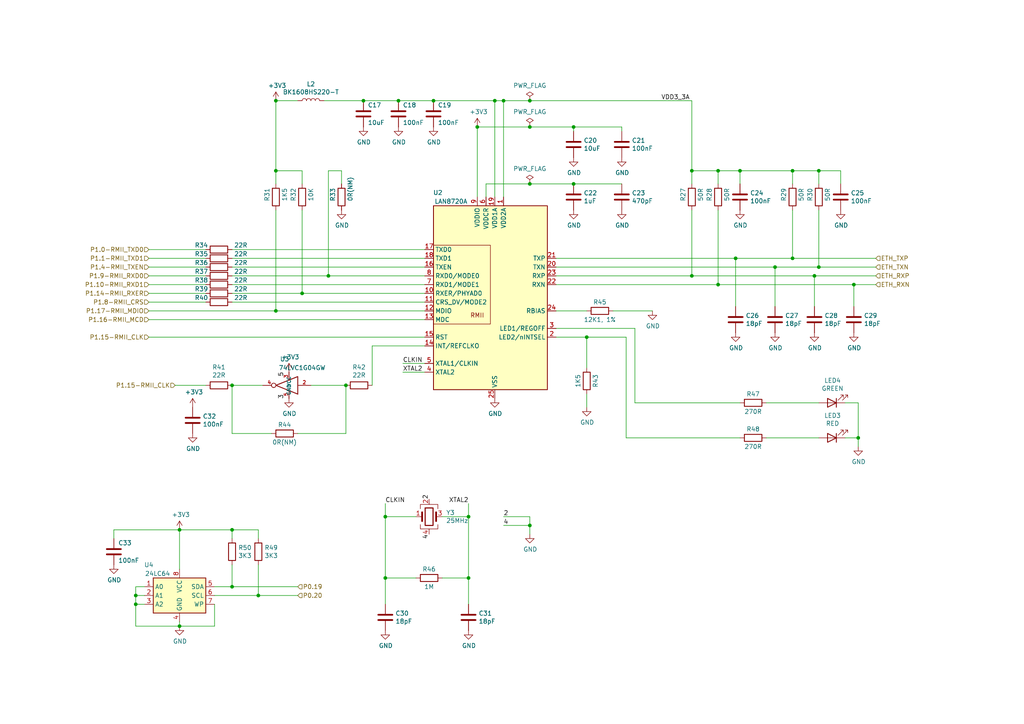
<source format=kicad_sch>
(kicad_sch (version 20230121) (generator eeschema)
  (paper "A4")
  (title_block (title "Módulo Stick LPC1769") (date "2019-10-09") (rev "v1.0") (company "Sistemas de Representacion UTN-FRBA") (comment 1 "DOCENTES: Fernando Aló/Franco Delconte") (comment 2 "CURSO: R1032") (comment 3 "ALUMNO: Jonathan Yujra"))
  (lib_symbols
    (symbol "Device:C" (pin_numbers hide) (pin_names (offset 0.254))
      (property "Reference" "C" (at 0.635 2.54 0))
      (property "Value" "C" (at 0.635 -2.54 0))
      (symbol "C_0_1"
        (polyline (pts (xy -2.032 -0.762) (xy 2.032 -0.762)) (stroke (width 0.508)))
        (polyline (pts (xy -2.032 0.762) (xy 2.032 0.762)) (stroke (width 0.508)))
      )
      (symbol "C_1_1"
        (pin passive line (at 0 3.81 270) (length 2.794) (name "~") (number "1"))
        (pin passive line (at 0 -3.81 90) (length 2.794) (name "~") (number "2"))
      )
    )
    (symbol "Device:Crystal_GND24" (pin_names (offset 1.016) hide)
      (property "Reference" "Y" (at 3.175 5.08 0))
      (property "Value" "Crystal_GND24" (at 3.175 3.175 0))
      (symbol "Crystal_GND24_0_1"
        (rectangle (start -1.143 2.54) (end 1.143 -2.54) (stroke (width 0.3048)))
        (polyline (pts (xy -2.54 0) (xy -2.032 0)))
        (polyline (pts (xy -2.032 -1.27) (xy -2.032 1.27)) (stroke (width 0.508)))
        (polyline (pts (xy 0 -3.81) (xy 0 -3.556)))
        (polyline (pts (xy 0 3.556) (xy 0 3.81)))
        (polyline (pts (xy 2.032 -1.27) (xy 2.032 1.27)) (stroke (width 0.508)))
        (polyline (pts (xy 2.032 0) (xy 2.54 0)))
        (polyline (pts (xy -2.54 -2.286) (xy -2.54 -3.556) (xy 2.54 -3.556) (xy 2.54 -2.286)))
        (polyline (pts (xy -2.54 2.286) (xy -2.54 3.556) (xy 2.54 3.556) (xy 2.54 2.286)))
      )
      (symbol "Crystal_GND24_1_1"
        (pin passive line (at -3.81 0 0) (length 1.27) (name "1") (number "1"))
        (pin passive line (at 0 5.08 270) (length 1.27) (name "2") (number "2"))
        (pin passive line (at 3.81 0 180) (length 1.27) (name "3") (number "3"))
        (pin passive line (at 0 -5.08 90) (length 1.27) (name "4") (number "4"))
      )
    )
    (symbol "Device:L" (pin_numbers hide) (pin_names (offset 1.016) hide)
      (property "Reference" "L" (at -1.27 0 90))
      (property "Value" "L" (at 1.905 0 90))
      (symbol "L_0_1"
        (arc (start 0 -2.54) (mid 0.6323 -1.905) (end 0 -1.27))
        (arc (start 0 -1.27) (mid 0.6323 -0.635) (end 0 0))
        (arc (start 0 0) (mid 0.6323 0.635) (end 0 1.27))
        (arc (start 0 1.27) (mid 0.6323 1.905) (end 0 2.54))
      )
      (symbol "L_1_1"
        (pin passive line (at 0 3.81 270) (length 1.27) (name "1") (number "1"))
        (pin passive line (at 0 -3.81 90) (length 1.27) (name "2") (number "2"))
      )
    )
    (symbol "Device:LED" (pin_numbers hide) (pin_names (offset 1.016) hide)
      (property "Reference" "D" (at 0 2.54 0))
      (property "Value" "LED" (at 0 -2.54 0))
      (symbol "LED_0_1"
        (polyline (pts (xy -1.27 -1.27) (xy -1.27 1.27)) (stroke (width 0.254)))
        (polyline (pts (xy -1.27 0) (xy 1.27 0)))
        (polyline (pts (xy 1.27 -1.27) (xy 1.27 1.27) (xy -1.27 0) (xy 1.27 -1.27)) (stroke (width 0.254)))
        (polyline (pts (xy -3.048 -0.762) (xy -4.572 -2.286) (xy -3.81 -2.286) (xy -4.572 -2.286) (xy -4.572 -1.524)))
        (polyline (pts (xy -1.778 -0.762) (xy -3.302 -2.286) (xy -2.54 -2.286) (xy -3.302 -2.286) (xy -3.302 -1.524)))
      )
      (symbol "LED_1_1"
        (pin passive line (at -3.81 0 0) (length 2.54) (name "K") (number "1"))
        (pin passive line (at 3.81 0 180) (length 2.54) (name "A") (number "2"))
      )
    )
    (symbol "Device:R" (pin_numbers hide) (pin_names (offset 0))
      (property "Reference" "R" (at 2.032 0 90))
      (property "Value" "R" (at 0 0 90))
      (symbol "R_0_1"
        (rectangle (start -1.016 -2.54) (end 1.016 2.54) (stroke (width 0.254)))
      )
      (symbol "R_1_1"
        (pin passive line (at 0 3.81 270) (length 1.27) (name "~") (number "1"))
        (pin passive line (at 0 -3.81 90) (length 1.27) (name "~") (number "2"))
      )
    )
    (symbol "Memory_EEPROM:24LC64"
      (property "Reference" "U" (at -6.35 6.35 0))
      (property "Value" "24LC64" (at 1.27 6.35 0))
      (symbol "24LC64_1_1"
        (rectangle (start -7.62 5.08) (end 7.62 -5.08) (stroke (width 0.254)) (fill (type background)))
        (pin input line (at -10.16 2.54 0) (length 2.54) (name "A0") (number "1"))
        (pin input line (at -10.16 0 0) (length 2.54) (name "A1") (number "2"))
        (pin input line (at -10.16 -2.54 0) (length 2.54) (name "A2") (number "3"))
        (pin power_in line (at 0 -7.62 90) (length 2.54) (name "GND") (number "4"))
        (pin bidirectional line (at 10.16 2.54 180) (length 2.54) (name "SDA") (number "5"))
        (pin input line (at 10.16 0 180) (length 2.54) (name "SCL") (number "6"))
        (pin input line (at 10.16 -2.54 180) (length 2.54) (name "WP") (number "7"))
        (pin power_in line (at 0 7.62 270) (length 2.54) (name "VCC") (number "8"))
      )
    )
    (symbol "Modulo_Stick_LPC1769:74LVC1G04GW" (pin_names (offset 1.016))
      (property "Reference" "U" (at -2.54 3.81 0))
      (property "Value" "74LVC1G04GW" (at -8.89 -5.08 0))
      (symbol "74LVC1G04GW_1_1"
        (polyline (pts (xy -2.54 2.54) (xy -2.54 -2.54) (xy 3.81 0) (xy -2.54 2.54)) (stroke (width 0.254)))
        (pin no_connect line (at -1.27 -3.81 90) (length 0) hide (name "NC") (number "1"))
        (pin input line (at -6.35 0 0) (length 3.81) (name "~") (number "2"))
        (pin power_in line (at 0 -3.81 90) (length 2.3876) (name "GND") (number "3"))
        (pin output inverted (at 7.62 0 180) (length 3.81) (name "~") (number "4"))
        (pin power_in line (at 0 3.81 270) (length 2.3876) (name "VCC") (number "5"))
      )
    )
    (symbol "Módulo Stick LPC1769-rescue:+3.3V-power" (power) (pin_names (offset 0))
      (property "Value" "+3.3V-power" (at 0 3.556 0))
      (symbol "+3.3V-power_0_1"
        (polyline (pts (xy -0.762 1.27) (xy 0 2.54)))
        (polyline (pts (xy 0 0) (xy 0 2.54)))
        (polyline (pts (xy 0 2.54) (xy 0.762 1.27)))
      )
      (symbol "+3.3V-power_1_1"
        (pin power_in line (at 0 0 90) (length 0) hide (name "+3V3") (number "1"))
      )
    )
    (symbol "Módulo Stick LPC1769-rescue:LAN8720A-Interface_Ethernet"
      (property "Reference" "U" (at -13.97 29.21 0))
      (property "Value" "Interface_Ethernet_LAN8720A" (at 15.24 29.21 0))
      (symbol "LAN8720A-Interface_Ethernet_0_0"
        (text "RMII" (at -5.08 -3.81 0) (effects (font (size 1.27 1.27))))
      )
      (symbol "LAN8720A-Interface_Ethernet_0_1"
        (rectangle (start -17.78 27.94) (end 15.24 -25.4) (stroke (width 0.254)) (fill (type background)))
        (polyline (pts (xy -17.78 -6.35) (xy -1.27 -6.35) (xy -1.27 16.51) (xy -17.78 16.51)))
      )
      (symbol "LAN8720A-Interface_Ethernet_1_1"
        (pin power_in line (at 2.54 30.48 270) (length 2.54) (name "VDD2A") (number "1"))
        (pin output line (at -20.32 2.54 0) (length 2.54) (name "RXER/PHYAD0") (number "10"))
        (pin output line (at -20.32 0 0) (length 2.54) (name "CRS_DV/MODE2") (number "11"))
        (pin bidirectional line (at -20.32 -2.54 0) (length 2.54) (name "MDIO") (number "12"))
        (pin input line (at -20.32 -5.08 0) (length 2.54) (name "MDC") (number "13"))
        (pin output line (at -20.32 -12.7 0) (length 2.54) (name "INT/REFCLKO") (number "14"))
        (pin input line (at -20.32 -10.16 0) (length 2.54) (name "RST") (number "15"))
        (pin input line (at -20.32 10.16 0) (length 2.54) (name "TXEN") (number "16"))
        (pin input line (at -20.32 15.24 0) (length 2.54) (name "TXD0") (number "17"))
        (pin input line (at -20.32 12.7 0) (length 2.54) (name "TXD1") (number "18"))
        (pin power_in line (at 0 30.48 270) (length 2.54) (name "VDD1A") (number "19"))
        (pin bidirectional line (at 17.78 -10.16 180) (length 2.54) (name "LED2/nINTSEL") (number "2"))
        (pin output line (at 17.78 10.16 180) (length 2.54) (name "TXN") (number "20"))
        (pin output line (at 17.78 12.7 180) (length 2.54) (name "TXP") (number "21"))
        (pin output line (at 17.78 5.08 180) (length 2.54) (name "RXN") (number "22"))
        (pin output line (at 17.78 7.62 180) (length 2.54) (name "RXP") (number "23"))
        (pin input line (at 17.78 -2.54 180) (length 2.54) (name "RBIAS") (number "24"))
        (pin power_in line (at 0 -27.94 90) (length 2.54) (name "VSS") (number "25"))
        (pin bidirectional line (at 17.78 -7.62 180) (length 2.54) (name "LED1/REGOFF") (number "3"))
        (pin passive line (at -20.32 -20.32 0) (length 2.54) (name "XTAL2") (number "4"))
        (pin passive line (at -20.32 -17.78 0) (length 2.54) (name "XTAL1/CLKIN") (number "5"))
        (pin power_in line (at -2.54 30.48 270) (length 2.54) (name "VDDCR") (number "6"))
        (pin output line (at -20.32 5.08 0) (length 2.54) (name "RXD1/MODE1") (number "7"))
        (pin output line (at -20.32 7.62 0) (length 2.54) (name "RXD0/MODE0") (number "8"))
        (pin power_in line (at -5.08 30.48 270) (length 2.54) (name "VDDIO") (number "9"))
      )
    )
    (symbol "power:GND" (power) (pin_names (offset 0))
      (property "Value" "GND" (at 0 -3.81 0))
      (symbol "GND_0_1"
        (polyline (pts (xy 0 0) (xy 0 -1.27) (xy 1.27 -1.27) (xy 0 -2.54) (xy -1.27 -1.27) (xy 0 -1.27)))
      )
      (symbol "GND_1_1"
        (pin power_in line (at 0 0 270) (length 0) hide (name "GND") (number "1"))
      )
    )
    (symbol "power:PWR_FLAG" (power) (pin_numbers hide) (pin_names (offset 0) hide)
      (property "Value" "PWR_FLAG" (at 0 3.81 0))
      (symbol "PWR_FLAG_0_0"
        (pin power_out line (at 0 0 90) (length 0) (name "pwr") (number "1"))
      )
      (symbol "PWR_FLAG_0_1"
        (polyline (pts (xy 0 0) (xy 0 1.27) (xy -1.016 1.905) (xy 0 2.54) (xy 1.016 1.905) (xy 0 1.27)))
      )
    )
  )
  (junction (at 170.18 97.79))
  (junction (at 105.41 29.21))
  (junction (at 39.37 172.72))
  (junction (at 236.22 80.01))
  (junction (at 237.49 77.47))
  (junction (at 208.28 49.53))
  (junction (at 80.01 49.53))
  (junction (at 87.63 85.09))
  (junction (at 166.37 53.34))
  (junction (at 213.36 74.93))
  (junction (at 224.79 77.47))
  (junction (at 200.66 80.01))
  (junction (at 67.31 153.67))
  (junction (at 153.67 152.4))
  (junction (at 52.07 181.61))
  (junction (at 200.66 49.53))
  (junction (at 125.73 29.21))
  (junction (at 52.07 153.67))
  (junction (at 153.67 53.34))
  (junction (at 229.87 74.93))
  (junction (at 100.33 111.76))
  (junction (at 39.37 175.26))
  (junction (at 208.28 82.55))
  (junction (at 153.67 29.21))
  (junction (at 95.25 80.01))
  (junction (at 248.92 127))
  (junction (at 135.89 149.86))
  (junction (at 80.01 29.21))
  (junction (at 74.93 172.72))
  (junction (at 214.63 49.53))
  (junction (at 153.67 36.83))
  (junction (at 111.76 167.64))
  (junction (at 111.76 149.86))
  (junction (at 138.43 36.83))
  (junction (at 135.89 167.64))
  (junction (at 143.51 29.21))
  (junction (at 67.31 111.76))
  (junction (at 247.65 82.55))
  (junction (at 146.05 29.21))
  (junction (at 67.31 170.18))
  (junction (at 115.57 29.21))
  (junction (at 229.87 49.53))
  (junction (at 237.49 49.53))
  (junction (at 166.37 36.83))
  (junction (at 80.01 90.17))
  (wire (pts (xy 170.18 90.17) (xy 161.29 90.17)))
  (wire (pts (xy 80.01 60.96) (xy 80.01 90.17)))
  (wire (pts (xy 161.29 95.25) (xy 184.15 95.25)))
  (wire (pts (xy 161.29 97.79) (xy 170.18 97.79)))
  (wire (pts (xy 120.65 167.64) (xy 111.76 167.64)))
  (wire (pts (xy 213.36 88.9) (xy 213.36 74.93)))
  (wire (pts (xy 43.18 87.63) (xy 59.69 87.63)))
  (wire (pts (xy 74.93 153.67) (xy 74.93 156.21)))
  (wire (pts (xy 146.05 57.15) (xy 146.05 29.21)))
  (wire (pts (xy 67.31 153.67) (xy 74.93 153.67)))
  (wire (pts (xy 146.05 149.86) (xy 153.67 149.86)))
  (wire (pts (xy 76.2 111.76) (xy 67.31 111.76)))
  (wire (pts (xy 245.11 116.84) (xy 248.92 116.84)))
  (wire (pts (xy 248.92 127) (xy 245.11 127)))
  (wire (pts (xy 237.49 49.53) (xy 243.84 49.53)))
  (wire (pts (xy 181.61 127) (xy 214.63 127)))
  (wire (pts (xy 170.18 97.79) (xy 170.18 106.68)))
  (wire (pts (xy 74.93 172.72) (xy 74.93 163.83)))
  (wire (pts (xy 236.22 80.01) (xy 254 80.01)))
  (wire (pts (xy 39.37 175.26) (xy 39.37 181.61)))
  (wire (pts (xy 43.18 74.93) (xy 59.69 74.93)))
  (wire (pts (xy 52.07 165.1) (xy 52.07 153.67)))
  (wire (pts (xy 120.65 149.86) (xy 111.76 149.86)))
  (wire (pts (xy 166.37 53.34) (xy 153.67 53.34)))
  (wire (pts (xy 140.97 53.34) (xy 140.97 57.15)))
  (wire (pts (xy 80.01 53.34) (xy 80.01 49.53)))
  (wire (pts (xy 41.91 170.18) (xy 39.37 170.18)))
  (wire (pts (xy 67.31 170.18) (xy 86.36 170.18)))
  (wire (pts (xy 123.19 100.33) (xy 107.95 100.33)))
  (wire (pts (xy 100.33 111.76) (xy 90.17 111.76)))
  (wire (pts (xy 123.19 87.63) (xy 67.31 87.63)))
  (wire (pts (xy 123.19 72.39) (xy 67.31 72.39)))
  (wire (pts (xy 43.18 80.01) (xy 59.69 80.01)))
  (wire (pts (xy 166.37 38.1) (xy 166.37 36.83)))
  (wire (pts (xy 200.66 53.34) (xy 200.66 49.53)))
  (wire (pts (xy 213.36 74.93) (xy 229.87 74.93)))
  (wire (pts (xy 222.25 116.84) (xy 237.49 116.84)))
  (wire (pts (xy 43.18 72.39) (xy 59.69 72.39)))
  (wire (pts (xy 229.87 74.93) (xy 254 74.93)))
  (wire (pts (xy 93.98 29.21) (xy 105.41 29.21)))
  (wire (pts (xy 181.61 97.79) (xy 181.61 127)))
  (wire (pts (xy 95.25 49.53) (xy 95.25 80.01)))
  (wire (pts (xy 170.18 114.3) (xy 170.18 118.11)))
  (wire (pts (xy 236.22 80.01) (xy 236.22 88.9)))
  (wire (pts (xy 229.87 49.53) (xy 229.87 53.34)))
  (wire (pts (xy 208.28 49.53) (xy 214.63 49.53)))
  (wire (pts (xy 135.89 149.86) (xy 135.89 146.05)))
  (wire (pts (xy 180.34 36.83) (xy 180.34 38.1)))
  (wire (pts (xy 74.93 172.72) (xy 86.36 172.72)))
  (wire (pts (xy 67.31 125.73) (xy 67.31 111.76)))
  (wire (pts (xy 128.27 149.86) (xy 135.89 149.86)))
  (wire (pts (xy 80.01 29.21) (xy 86.36 29.21)))
  (wire (pts (xy 111.76 149.86) (xy 111.76 167.64)))
  (wire (pts (xy 39.37 181.61) (xy 52.07 181.61)))
  (wire (pts (xy 153.67 149.86) (xy 153.67 152.4)))
  (wire (pts (xy 100.33 125.73) (xy 86.36 125.73)))
  (wire (pts (xy 62.23 181.61) (xy 52.07 181.61)))
  (wire (pts (xy 200.66 80.01) (xy 236.22 80.01)))
  (wire (pts (xy 115.57 29.21) (xy 125.73 29.21)))
  (wire (pts (xy 229.87 74.93) (xy 229.87 60.96)))
  (wire (pts (xy 62.23 172.72) (xy 74.93 172.72)))
  (wire (pts (xy 43.18 82.55) (xy 59.69 82.55)))
  (wire (pts (xy 208.28 60.96) (xy 208.28 82.55)))
  (wire (pts (xy 208.28 82.55) (xy 161.29 82.55)))
  (wire (pts (xy 200.66 80.01) (xy 200.66 60.96)))
  (wire (pts (xy 123.19 105.41) (xy 116.84 105.41)))
  (wire (pts (xy 146.05 152.4) (xy 153.67 152.4)))
  (wire (pts (xy 43.18 90.17) (xy 80.01 90.17)))
  (wire (pts (xy 39.37 172.72) (xy 41.91 172.72)))
  (wire (pts (xy 128.27 167.64) (xy 135.89 167.64)))
  (wire (pts (xy 87.63 49.53) (xy 80.01 49.53)))
  (wire (pts (xy 189.23 90.17) (xy 177.8 90.17)))
  (wire (pts (xy 95.25 49.53) (xy 99.06 49.53)))
  (wire (pts (xy 111.76 149.86) (xy 111.76 146.05)))
  (wire (pts (xy 78.74 125.73) (xy 67.31 125.73)))
  (wire (pts (xy 237.49 49.53) (xy 237.49 53.34)))
  (wire (pts (xy 87.63 53.34) (xy 87.63 49.53)))
  (wire (pts (xy 62.23 170.18) (xy 67.31 170.18)))
  (wire (pts (xy 208.28 82.55) (xy 247.65 82.55)))
  (wire (pts (xy 87.63 85.09) (xy 123.19 85.09)))
  (wire (pts (xy 52.07 181.61) (xy 52.07 180.34)))
  (wire (pts (xy 153.67 29.21) (xy 200.66 29.21)))
  (wire (pts (xy 95.25 80.01) (xy 67.31 80.01)))
  (wire (pts (xy 166.37 36.83) (xy 180.34 36.83)))
  (wire (pts (xy 222.25 127) (xy 237.49 127)))
  (wire (pts (xy 153.67 36.83) (xy 166.37 36.83)))
  (wire (pts (xy 184.15 95.25) (xy 184.15 116.84)))
  (wire (pts (xy 161.29 74.93) (xy 213.36 74.93)))
  (wire (pts (xy 43.18 77.47) (xy 59.69 77.47)))
  (wire (pts (xy 170.18 97.79) (xy 181.61 97.79)))
  (wire (pts (xy 248.92 116.84) (xy 248.92 127)))
  (wire (pts (xy 138.43 36.83) (xy 138.43 57.15)))
  (wire (pts (xy 43.18 97.79) (xy 123.19 97.79)))
  (wire (pts (xy 125.73 29.21) (xy 143.51 29.21)))
  (wire (pts (xy 105.41 29.21) (xy 115.57 29.21)))
  (wire (pts (xy 143.51 57.15) (xy 143.51 29.21)))
  (wire (pts (xy 208.28 49.53) (xy 208.28 53.34)))
  (wire (pts (xy 99.06 49.53) (xy 99.06 53.34)))
  (wire (pts (xy 67.31 170.18) (xy 67.31 163.83)))
  (wire (pts (xy 143.51 29.21) (xy 146.05 29.21)))
  (wire (pts (xy 138.43 36.83) (xy 153.67 36.83)))
  (wire (pts (xy 67.31 156.21) (xy 67.31 153.67)))
  (wire (pts (xy 59.69 111.76) (xy 50.8 111.76)))
  (wire (pts (xy 33.02 153.67) (xy 52.07 153.67)))
  (wire (pts (xy 52.07 153.67) (xy 67.31 153.67)))
  (wire (pts (xy 39.37 170.18) (xy 39.37 172.72)))
  (wire (pts (xy 80.01 90.17) (xy 123.19 90.17)))
  (wire (pts (xy 80.01 29.21) (xy 80.01 49.53)))
  (wire (pts (xy 214.63 49.53) (xy 214.63 53.34)))
  (wire (pts (xy 247.65 82.55) (xy 254 82.55)))
  (wire (pts (xy 146.05 29.21) (xy 153.67 29.21)))
  (wire (pts (xy 123.19 92.71) (xy 43.18 92.71)))
  (wire (pts (xy 200.66 49.53) (xy 200.66 29.21)))
  (wire (pts (xy 135.89 167.64) (xy 135.89 175.26)))
  (wire (pts (xy 166.37 53.34) (xy 180.34 53.34)))
  (wire (pts (xy 153.67 53.34) (xy 140.97 53.34)))
  (wire (pts (xy 247.65 82.55) (xy 247.65 88.9)))
  (wire (pts (xy 87.63 85.09) (xy 67.31 85.09)))
  (wire (pts (xy 67.31 82.55) (xy 123.19 82.55)))
  (wire (pts (xy 135.89 149.86) (xy 135.89 167.64)))
  (wire (pts (xy 123.19 74.93) (xy 67.31 74.93)))
  (wire (pts (xy 62.23 175.26) (xy 62.23 181.61)))
  (wire (pts (xy 237.49 77.47) (xy 254 77.47)))
  (wire (pts (xy 116.84 107.95) (xy 123.19 107.95)))
  (wire (pts (xy 243.84 49.53) (xy 243.84 53.34)))
  (wire (pts (xy 237.49 77.47) (xy 224.79 77.47)))
  (wire (pts (xy 111.76 167.64) (xy 111.76 175.26)))
  (wire (pts (xy 248.92 127) (xy 248.92 129.54)))
  (wire (pts (xy 95.25 80.01) (xy 123.19 80.01)))
  (wire (pts (xy 224.79 77.47) (xy 161.29 77.47)))
  (wire (pts (xy 214.63 49.53) (xy 229.87 49.53)))
  (wire (pts (xy 33.02 153.67) (xy 33.02 156.21)))
  (wire (pts (xy 100.33 111.76) (xy 100.33 125.73)))
  (wire (pts (xy 87.63 60.96) (xy 87.63 85.09)))
  (wire (pts (xy 200.66 49.53) (xy 208.28 49.53)))
  (wire (pts (xy 43.18 85.09) (xy 59.69 85.09)))
  (wire (pts (xy 39.37 175.26) (xy 41.91 175.26)))
  (wire (pts (xy 107.95 100.33) (xy 107.95 111.76)))
  (wire (pts (xy 224.79 77.47) (xy 224.79 88.9)))
  (wire (pts (xy 39.37 172.72) (xy 39.37 175.26)))
  (wire (pts (xy 237.49 60.96) (xy 237.49 77.47)))
  (wire (pts (xy 184.15 116.84) (xy 214.63 116.84)))
  (wire (pts (xy 229.87 49.53) (xy 237.49 49.53)))
  (wire (pts (xy 161.29 80.01) (xy 200.66 80.01)))
  (wire (pts (xy 153.67 152.4) (xy 153.67 154.94)))
  (wire (pts (xy 123.19 77.47) (xy 67.31 77.47)))
  (label "4" (at 124.46 154.94 270))
  (label "2" (at 124.46 144.78 90))
  (label "VDD3_3A" (at 191.77 29.21 0))
  (label "2" (at 146.05 149.86 0))
  (label "4" (at 146.05 152.4 0))
  (label "XTAL2" (at 135.89 146.05 180))
  (label "XTAL2" (at 116.84 107.95 0))
  (label "CLKIN" (at 116.84 105.41 0))
  (label "5" (at 82.55 109.22 90))
  (label "CLKIN" (at 111.76 146.05 0))
  (label "3" (at 82.55 114.3 270))
  (hierarchical_label "P1.15-RMII_CLK" (shape input) (at 50.8 111.76 180))
  (hierarchical_label "ETH_RXP" (shape input) (at 254 80.01 0))
  (hierarchical_label "P1.17-RMII_MDIO" (shape input) (at 43.18 90.17 180))
  (hierarchical_label "P1.0-RMII_TXD0" (shape input) (at 43.18 72.39 180))
  (hierarchical_label "P0.19" (shape input) (at 86.36 170.18 0))
  (hierarchical_label "ETH_RXN" (shape input) (at 254 82.55 0))
  (hierarchical_label "P1.1-RMII_TXD1" (shape input) (at 43.18 74.93 180))
  (hierarchical_label "P1.16-RMII_MCD" (shape input) (at 43.18 92.71 180))
  (hierarchical_label "P1.8-RMII_CRS" (shape input) (at 43.18 87.63 180))
  (hierarchical_label "ETH_TXN" (shape input) (at 254 77.47 0))
  (hierarchical_label "P1.15-RMII_CLK" (shape input) (at 43.18 97.79 180))
  (hierarchical_label "P1.14-RMII_RXER" (shape input) (at 43.18 85.09 180))
  (hierarchical_label "P1.10-RMII_RXD1" (shape input) (at 43.18 82.55 180))
  (hierarchical_label "ETH_TXP" (shape input) (at 254 74.93 0))
  (hierarchical_label "P0.20" (shape input) (at 86.36 172.72 0))
  (hierarchical_label "P1.4-RMII_TXEN" (shape input) (at 43.18 77.47 180))
  (hierarchical_label "P1.9-RMII_RXD0" (shape input) (at 43.18 80.01 180))
  (symbol (lib_id "Device:R") (at 200.66 57.15 0) (unit 1)
    (property "Reference" "R27" (at 198.12 58.42 90) (effects (justify left)))
    (property "Value" "50R" (at 203.2 58.42 90) (effects (justify left)))
    (property "Footprint" "Módulo Stick LPC1769:R_0603" (effects hide))
    (property "Datasheet" "http://www.vishay.com/docs/20035/dcrcwe3.pdf" (effects hide))
    (property "Digi-Key P/N" "541-3318-1-ND" (effects hide))
    (property "Manufacturer" "Vishay Dale" (effects hide))
    (property "Manufacturer P/N" "CRCW060350R0FKEA" (effects hide))
  )
  (symbol (lib_id "Device:R") (at 208.28 57.15 0) (unit 1)
    (property "Reference" "R28" (at 205.74 58.42 90) (effects (justify left)))
    (property "Value" "50R" (at 210.82 58.42 90) (effects (justify left)))
    (property "Footprint" "Módulo Stick LPC1769:R_0603" (effects hide))
    (property "Datasheet" "http://www.vishay.com/docs/20035/dcrcwe3.pdf" (effects hide))
    (property "Digi-Key P/N" "541-3318-1-ND" (effects hide))
    (property "Manufacturer" "Vishay Dale" (effects hide))
    (property "Manufacturer P/N" "CRCW060350R0FKEA" (effects hide))
  )
  (symbol (lib_id "Device:C") (at 214.63 57.15 0) (unit 1)
    (property "Reference" "C24" (at 217.551 55.9816 0) (effects (justify left)))
    (property "Value" "100nF" (at 217.551 58.293 0) (effects (justify left)))
    (property "Footprint" "Módulo Stick LPC1769:C_0603" (effects hide))
    (property "Datasheet" "https://api.kemet.com/component-edge/download/datasheet/C0603C104Z3VACTU.pdf" (effects hide))
    (property "Digi-Key P/N" "399-1100-1-ND" (effects hide))
    (property "Manufacturer" "KEMET" (effects hide))
    (property "Manufacturer P/N" "C0603C104Z3VACTU" (effects hide))
  )
  (symbol (lib_id "Device:R") (at 229.87 57.15 0) (unit 1)
    (property "Reference" "R29" (at 227.33 58.42 90) (effects (justify left)))
    (property "Value" "50R" (at 232.41 58.42 90) (effects (justify left)))
    (property "Footprint" "Módulo Stick LPC1769:R_0603" (effects hide))
    (property "Datasheet" "http://www.vishay.com/docs/20035/dcrcwe3.pdf" (effects hide))
    (property "Digi-Key P/N" "541-3318-1-ND" (effects hide))
    (property "Manufacturer" "Vishay Dale" (effects hide))
    (property "Manufacturer P/N" "CRCW060350R0FKEA" (effects hide))
  )
  (symbol (lib_id "Device:R") (at 237.49 57.15 0) (unit 1)
    (property "Reference" "R30" (at 234.95 58.42 90) (effects (justify left)))
    (property "Value" "50R" (at 240.03 58.42 90) (effects (justify left)))
    (property "Footprint" "Módulo Stick LPC1769:R_0603" (effects hide))
    (property "Datasheet" "http://www.vishay.com/docs/20035/dcrcwe3.pdf" (effects hide))
    (property "Digi-Key P/N" "541-3318-1-ND" (effects hide))
    (property "Manufacturer" "Vishay Dale" (effects hide))
    (property "Manufacturer P/N" "CRCW060350R0FKEA" (effects hide))
  )
  (symbol (lib_id "Device:C") (at 243.84 57.15 0) (unit 1)
    (property "Reference" "C25" (at 246.761 55.9816 0) (effects (justify left)))
    (property "Value" "100nF" (at 246.761 58.293 0) (effects (justify left)))
    (property "Footprint" "Módulo Stick LPC1769:C_0603" (effects hide))
    (property "Datasheet" "https://api.kemet.com/component-edge/download/datasheet/C0603C104Z3VACTU.pdf" (effects hide))
    (property "Digi-Key P/N" "399-1100-1-ND" (effects hide))
    (property "Manufacturer" "KEMET" (effects hide))
    (property "Manufacturer P/N" "C0603C104Z3VACTU" (effects hide))
  )
  (symbol (lib_id "power:GND") (at 214.63 60.96 0) (unit 1)
    (property "Reference" "#PWR0158" (effects hide))
    (property "Value" "GND" (at 214.757 65.3542 0))
  )
  (symbol (lib_id "power:GND") (at 243.84 60.96 0) (unit 1)
    (property "Reference" "#PWR0159" (effects hide))
    (property "Value" "GND" (at 243.967 65.3542 0))
  )
  (symbol (lib_id "Device:C") (at 213.36 92.71 0) (unit 1)
    (property "Reference" "C26" (at 216.281 91.5416 0) (effects (justify left)))
    (property "Value" "18pF" (at 216.281 93.853 0) (effects (justify left)))
    (property "Footprint" "Módulo Stick LPC1769:C_0603" (effects hide))
    (property "Datasheet" "https://api.kemet.com/component-edge/download/datasheet/C0603C180J5GACTU.pdf" (effects hide))
    (property "Digi-Key P/N" "399-1052-1-ND" (effects hide))
    (property "Manufacturer" "KEMET" (effects hide))
    (property "Manufacturer P/N" "C0603C180J5GACTU" (effects hide))
  )
  (symbol (lib_id "Device:C") (at 224.79 92.71 0) (unit 1)
    (property "Reference" "C27" (at 227.711 91.5416 0) (effects (justify left)))
    (property "Value" "18pF" (at 227.711 93.853 0) (effects (justify left)))
    (property "Footprint" "Módulo Stick LPC1769:C_0603" (effects hide))
    (property "Datasheet" "https://api.kemet.com/component-edge/download/datasheet/C0603C180J5GACTU.pdf" (effects hide))
    (property "Digi-Key P/N" "399-1052-1-ND" (effects hide))
    (property "Manufacturer" "KEMET" (effects hide))
    (property "Manufacturer P/N" "C0603C180J5GACTU" (effects hide))
  )
  (symbol (lib_id "Device:C") (at 236.22 92.71 0) (unit 1)
    (property "Reference" "C28" (at 239.141 91.5416 0) (effects (justify left)))
    (property "Value" "18pF" (at 239.141 93.853 0) (effects (justify left)))
    (property "Footprint" "Módulo Stick LPC1769:C_0603" (effects hide))
    (property "Datasheet" "https://api.kemet.com/component-edge/download/datasheet/C0603C180J5GACTU.pdf" (effects hide))
    (property "Digi-Key P/N" "399-1052-1-ND" (effects hide))
    (property "Manufacturer" "KEMET" (effects hide))
    (property "Manufacturer P/N" "C0603C180J5GACTU" (effects hide))
  )
  (symbol (lib_id "Device:C") (at 247.65 92.71 0) (unit 1)
    (property "Reference" "C29" (at 250.571 91.5416 0) (effects (justify left)))
    (property "Value" "18pF" (at 250.571 93.853 0) (effects (justify left)))
    (property "Footprint" "Módulo Stick LPC1769:C_0603" (effects hide))
    (property "Datasheet" "https://api.kemet.com/component-edge/download/datasheet/C0603C180J5GACTU.pdf" (effects hide))
    (property "Digi-Key P/N" "399-1052-1-ND" (effects hide))
    (property "Manufacturer" "KEMET" (effects hide))
    (property "Manufacturer P/N" "C0603C180J5GACTU" (effects hide))
  )
  (symbol (lib_id "power:GND") (at 213.36 96.52 0) (unit 1)
    (property "Reference" "#PWR0160" (effects hide))
    (property "Value" "GND" (at 213.487 100.9142 0))
  )
  (symbol (lib_id "power:GND") (at 224.79 96.52 0) (unit 1)
    (property "Reference" "#PWR0161" (effects hide))
    (property "Value" "GND" (at 224.917 100.9142 0))
  )
  (symbol (lib_id "power:GND") (at 236.22 96.52 0) (unit 1)
    (property "Reference" "#PWR0162" (effects hide))
    (property "Value" "GND" (at 236.347 100.9142 0))
  )
  (symbol (lib_id "power:GND") (at 247.65 96.52 0) (unit 1)
    (property "Reference" "#PWR0163" (effects hide))
    (property "Value" "GND" (at 247.777 100.9142 0))
  )
  (symbol (lib_id "Device:R") (at 82.55 125.73 270) (unit 1)
    (property "Reference" "R44" (at 82.55 123.19 90))
    (property "Value" "0R(NM)" (at 82.55 128.27 90))
    (property "Footprint" "Módulo Stick LPC1769:R_0603" (effects hide))
    (property "Digi-Key P/N" "-" (effects hide))
    (property "Manufacturer" "-" (effects hide))
    (property "Manufacturer P/N" "-" (effects hide))
  )
  (symbol (lib_id "Device:R") (at 63.5 111.76 270) (unit 1)
    (property "Reference" "R41" (at 63.5 106.5022 90))
    (property "Value" "22R" (at 63.5 108.8136 90))
    (property "Footprint" "Módulo Stick LPC1769:R_0603" (effects hide))
    (property "Datasheet" "http://www.yageo.com/documents/recent/PYu-RC_Group_51_RoHS_L_10.pdf" (effects hide))
    (property "Digi-Key P/N" "311-22GRCT-ND" (effects hide))
    (property "Manufacturer" "Yageo" (effects hide))
    (property "Manufacturer P/N" "RC0603JR-0722RL" (effects hide))
  )
  (symbol (lib_id "Device:R") (at 104.14 111.76 270) (unit 1)
    (property "Reference" "R42" (at 104.14 106.5022 90))
    (property "Value" "22R" (at 104.14 108.8136 90))
    (property "Footprint" "Módulo Stick LPC1769:R_0603" (effects hide))
    (property "Datasheet" "http://www.yageo.com/documents/recent/PYu-RC_Group_51_RoHS_L_10.pdf" (effects hide))
    (property "Digi-Key P/N" "311-22GRCT-ND" (effects hide))
    (property "Manufacturer" "Yageo" (effects hide))
    (property "Manufacturer P/N" "RC0603JR-0722RL" (effects hide))
  )
  (symbol (lib_id "Device:C") (at 111.76 179.07 0) (unit 1)
    (property "Reference" "C30" (at 114.681 177.9016 0) (effects (justify left)))
    (property "Value" "18pF" (at 114.681 180.213 0) (effects (justify left)))
    (property "Footprint" "Módulo Stick LPC1769:C_0603" (effects hide))
    (property "Datasheet" "https://api.kemet.com/component-edge/download/datasheet/C0603C180J5GACTU.pdf" (effects hide))
    (property "Digi-Key P/N" "399-1052-1-ND" (effects hide))
    (property "Manufacturer" "KEMET" (effects hide))
    (property "Manufacturer P/N" "C0603C180J5GACTU" (effects hide))
  )
  (symbol (lib_id "Device:C") (at 135.89 179.07 0) (unit 1)
    (property "Reference" "C31" (at 138.811 177.9016 0) (effects (justify left)))
    (property "Value" "18pF" (at 138.811 180.213 0) (effects (justify left)))
    (property "Footprint" "Módulo Stick LPC1769:C_0603" (effects hide))
    (property "Datasheet" "https://api.kemet.com/component-edge/download/datasheet/C0603C180J5GACTU.pdf" (effects hide))
    (property "Digi-Key P/N" "399-1052-1-ND" (effects hide))
    (property "Manufacturer" "KEMET" (effects hide))
    (property "Manufacturer P/N" "C0603C180J5GACTU" (effects hide))
  )
  (symbol (lib_id "Device:R") (at 124.46 167.64 270) (unit 1)
    (property "Reference" "R46" (at 124.46 165.1 90))
    (property "Value" "1M" (at 124.46 170.18 90))
    (property "Footprint" "Módulo Stick LPC1769:R_0603" (effects hide))
    (property "Datasheet" "http://www.yageo.com/documents/recent/PYu-RC_Group_51_RoHS_L_10.pdf" (effects hide))
    (property "Digi-Key P/N" "311-1.0MGRCT-ND" (effects hide))
    (property "Manufacturer" "Yageo" (effects hide))
    (property "Manufacturer P/N" "RC0603JR-071ML" (effects hide))
  )
  (symbol (lib_id "Device:R") (at 173.99 90.17 270) (unit 1)
    (property "Reference" "R45" (at 173.99 87.63 90))
    (property "Value" "12K1, 1%" (at 173.99 92.71 90))
    (property "Footprint" "Módulo Stick LPC1769:R_0603" (effects hide))
    (property "Datasheet" "http://www.yageo.com/documents/recent/PYu-RC_Group_51_RoHS_L_10.pdf" (effects hide))
    (property "Digi-Key P/N" "311-12.1KHRCT-ND" (effects hide))
    (property "Manufacturer" "Yageo" (effects hide))
    (property "Manufacturer P/N" "RC0603FR-0712K1L" (effects hide))
  )
  (symbol (lib_id "power:GND") (at 111.76 182.88 0) (unit 1)
    (property "Reference" "#PWR0164" (effects hide))
    (property "Value" "GND" (at 111.887 187.2742 0))
  )
  (symbol (lib_id "power:GND") (at 135.89 182.88 0) (unit 1)
    (property "Reference" "#PWR0165" (effects hide))
    (property "Value" "GND" (at 136.017 187.2742 0))
  )
  (symbol (lib_id "power:GND") (at 189.23 90.17 0) (unit 1)
    (property "Reference" "#PWR0166" (effects hide))
    (property "Value" "GND" (at 189.357 94.5642 0))
  )
  (symbol (lib_id "power:GND") (at 143.51 115.57 0) (unit 1)
    (property "Reference" "#PWR0167" (effects hide))
    (property "Value" "GND" (at 143.637 119.9642 0))
  )
  (symbol (lib_id "Device:R") (at 218.44 116.84 270) (unit 1)
    (property "Reference" "R47" (at 218.44 114.3 90))
    (property "Value" "270R" (at 218.44 119.38 90))
    (property "Footprint" "Módulo Stick LPC1769:R_0603" (effects hide))
    (property "Datasheet" "http://www.yageo.com/documents/recent/PYu-RC_Group_51_RoHS_L_10.pdf" (effects hide))
    (property "Digi-Key P/N" "311-270GRCT-ND" (effects hide))
    (property "Manufacturer" "Yageo" (effects hide))
    (property "Manufacturer P/N" "RC0603JR-07270RL" (effects hide))
  )
  (symbol (lib_id "Device:LED") (at 241.3 116.84 180) (unit 1)
    (property "Reference" "LED4" (at 241.4778 110.363 0))
    (property "Value" "GREEN" (at 241.4778 112.6744 0))
    (property "Footprint" "LEDs:LED_0603" (effects hide))
    (property "Datasheet" "https://www.we-online.de/web/en/index.php/download/media/07_electronic_components/download_center_1/application_notes_berichte/ano002_leds___the_future_of_horticultural_lighting/ANO002b_EN_LEDs_The_Future_of_Horticultural_Lighting.pdf" (effects hide))
    (property "Digi-Key P/N" "732-12017-1-ND" (effects hide))
    (property "Manufacturer" "Würth Elektronik" (effects hide))
    (property "Manufacturer P/N" "150060VS55040" (effects hide))
  )
  (symbol (lib_id "Device:LED") (at 241.3 127 180) (unit 1)
    (property "Reference" "LED3" (at 241.4778 120.523 0))
    (property "Value" "RED" (at 241.4778 122.8344 0))
    (property "Footprint" "LEDs:LED_0603" (effects hide))
    (property "Datasheet" "https://www.we-online.de/web/en/index.php/download/media/07_electronic_components/download_center_1/application_notes_berichte/ano002_leds___the_future_of_horticultural_lighting/ANO002b_EN_LEDs_The_Future_of_Horticultural_Lighting.pdf" (effects hide))
    (property "Digi-Key P/N" "732-12015-1-ND" (effects hide))
    (property "Manufacturer" "Würth Elektronik" (effects hide))
    (property "Manufacturer P/N" "150060RS55040" (effects hide))
  )
  (symbol (lib_id "Device:R") (at 218.44 127 270) (unit 1)
    (property "Reference" "R48" (at 218.44 124.46 90))
    (property "Value" "270R" (at 218.44 129.54 90))
    (property "Footprint" "Módulo Stick LPC1769:R_0603" (effects hide))
    (property "Datasheet" "http://www.yageo.com/documents/recent/PYu-RC_Group_51_RoHS_L_10.pdf" (effects hide))
    (property "Digi-Key P/N" "311-270GRCT-ND" (effects hide))
    (property "Manufacturer" "Yageo" (effects hide))
    (property "Manufacturer P/N" "RC0603JR-07270RL" (effects hide))
  )
  (symbol (lib_id "Modulo_Stick_LPC1769:74LVC1G04GW") (at 83.82 111.76 180) (unit 1)
    (property "Reference" "U3" (at 82.55 104.14 0))
    (property "Value" "74LVC1G04GW" (at 87.63 106.68 0))
    (property "Footprint" "TO_SOT_Packages_SMD:SOT-353_SC-70-5" (effects hide))
    (property "Datasheet" "https://assets.nexperia.com/documents/data-sheet/74LVC1G04.pdf" (effects hide))
    (property "Digi-Key P/N" "1727-2871-1-ND" (effects hide))
    (property "Manufacturer" "Nexperia USA Inc." (effects hide))
    (property "Manufacturer P/N" "74LVC1G04GW,125" (effects hide))
  )
  (symbol (lib_id "power:GND") (at 248.92 129.54 0) (unit 1)
    (property "Reference" "#PWR0168" (effects hide))
    (property "Value" "GND" (at 249.047 133.9342 0))
  )
  (symbol (lib_id "Memory_EEPROM:24LC64") (at 52.07 172.72 0) (unit 1)
    (property "Reference" "U4" (at 43.18 163.83 0))
    (property "Value" "24LC64" (at 45.72 166.37 0))
    (property "Footprint" "Módulo Stick LPC1769:24LC64T-I&slash_SN" (effects hide))
    (property "Datasheet" "http://ww1.microchip.com/downloads/en/DeviceDoc/21189T.pdf" (effects hide))
    (property "Digi-Key P/N" "24LC64T-I/SNCT-ND" (effects hide))
    (property "Manufacturer" "Microchip Technology" (effects hide))
    (property "Manufacturer P/N" "24LC64T-I/SN" (effects hide))
  )
  (symbol (lib_id "Device:R") (at 74.93 160.02 0) (unit 1)
    (property "Reference" "R49" (at 76.708 158.8516 0) (effects (justify left)))
    (property "Value" "3K3" (at 76.708 161.163 0) (effects (justify left)))
    (property "Footprint" "Módulo Stick LPC1769:R_0603" (effects hide))
    (property "Datasheet" "http://www.yageo.com/documents/recent/PYu-RC_Group_51_RoHS_L_10.pdf" (effects hide))
    (property "Digi-Key P/N" "311-3.3KGRCT-ND" (effects hide))
    (property "Manufacturer" "Yageo" (effects hide))
    (property "Manufacturer P/N" "RC0603JR-073K3L" (effects hide))
  )
  (symbol (lib_id "Device:C") (at 33.02 160.02 0) (mirror y) (unit 1)
    (property "Reference" "C33" (at 34.29 157.48 0) (effects (justify right)))
    (property "Value" "100nF" (at 34.29 162.56 0) (effects (justify right)))
    (property "Footprint" "Módulo Stick LPC1769:C_0603" (effects hide))
    (property "Datasheet" "https://api.kemet.com/component-edge/download/datasheet/C0603C104Z3VACTU.pdf" (effects hide))
    (property "Digi-Key P/N" "399-1100-1-ND" (effects hide))
    (property "Manufacturer" "KEMET" (effects hide))
    (property "Manufacturer P/N" "C0603C104Z3VACTU" (effects hide))
  )
  (symbol (lib_id "Device:R") (at 67.31 160.02 0) (unit 1)
    (property "Reference" "R50" (at 69.088 158.8516 0) (effects (justify left)))
    (property "Value" "3K3" (at 69.088 161.163 0) (effects (justify left)))
    (property "Footprint" "Módulo Stick LPC1769:R_0603" (effects hide))
    (property "Datasheet" "http://www.yageo.com/documents/recent/PYu-RC_Group_51_RoHS_L_10.pdf" (effects hide))
    (property "Digi-Key P/N" "311-3.3KGRCT-ND" (effects hide))
    (property "Manufacturer" "Yageo" (effects hide))
    (property "Manufacturer P/N" "RC0603JR-073K3L" (effects hide))
  )
  (symbol (lib_id "Device:C") (at 55.88 121.92 0) (unit 1)
    (property "Reference" "C32" (at 58.801 120.7516 0) (effects (justify left)))
    (property "Value" "100nF" (at 58.801 123.063 0) (effects (justify left)))
    (property "Footprint" "Módulo Stick LPC1769:C_0603" (effects hide))
    (property "Datasheet" "https://api.kemet.com/component-edge/download/datasheet/C0603C104Z3VACTU.pdf" (effects hide))
    (property "Digi-Key P/N" "399-1100-1-ND" (effects hide))
    (property "Manufacturer" "KEMET" (effects hide))
    (property "Manufacturer P/N" "C0603C104Z3VACTU" (effects hide))
  )
  (symbol (lib_id "power:GND") (at 52.07 181.61 0) (unit 1)
    (property "Reference" "#PWR0169" (effects hide))
    (property "Value" "GND" (at 52.197 186.0042 0))
  )
  (symbol (lib_id "Módulo Stick LPC1769-rescue:+3.3V-power") (at 55.88 118.11 0) (unit 1)
    (property "Reference" "#PWR0175" (effects hide))
    (property "Value" "+3.3V" (at 56.261 113.7158 0))
  )
  (symbol (lib_id "power:GND") (at 55.88 125.73 0) (unit 1)
    (property "Reference" "#PWR0176" (effects hide))
    (property "Value" "GND" (at 56.007 130.1242 0))
  )
  (symbol (lib_id "power:GND") (at 33.02 163.83 0) (unit 1)
    (property "Reference" "#PWR0170" (effects hide))
    (property "Value" "GND" (at 33.147 168.2242 0))
  )
  (symbol (lib_id "Módulo Stick LPC1769-rescue:+3.3V-power") (at 52.07 153.67 0) (unit 1)
    (property "Reference" "#PWR0171" (effects hide))
    (property "Value" "+3.3V" (at 52.451 149.2758 0))
  )
  (symbol (lib_id "Módulo Stick LPC1769-rescue:+3.3V-power") (at 80.01 29.21 0) (unit 1)
    (property "Reference" "#PWR0177" (effects hide))
    (property "Value" "+3.3V" (at 80.391 24.8158 0))
  )
  (symbol (lib_id "power:PWR_FLAG") (at 153.67 29.21 0) (unit 1)
    (property "Reference" "#FLG0104" (effects hide))
    (property "Value" "PWR_FLAG" (at 153.67 24.8158 0))
  )
  (symbol (lib_id "power:PWR_FLAG") (at 153.67 53.34 0) (unit 1)
    (property "Reference" "#FLG0105" (effects hide))
    (property "Value" "PWR_FLAG" (at 153.67 48.9458 0))
  )
  (symbol (lib_id "Device:Crystal_GND24") (at 124.46 149.86 0) (unit 1)
    (property "Reference" "Y3" (at 129.3876 148.6916 0) (effects (justify left)))
    (property "Value" "25MHz" (at 129.3876 151.003 0) (effects (justify left)))
    (property "Footprint" "Crystals:Crystal_SMD_3225-4pin_3.2x2.5mm" (effects hide))
    (property "Datasheet" "http://www.ecsxtal.com/store/pdf/ecx-32.pdf" (effects hide))
    (property "Digi-Key P/N" "XC2650CT-ND" (effects hide))
    (property "Manufacturer" "ECS Inc." (effects hide))
    (property "Manufacturer P/N" "ECS-250-8-33-JGN-TR" (effects hide))
  )
  (symbol (lib_id "power:GND") (at 153.67 154.94 0) (unit 1)
    (property "Reference" "#PWR0178" (effects hide))
    (property "Value" "GND" (at 153.797 159.3342 0))
  )
  (symbol (lib_id "power:GND") (at 83.82 115.57 0) (unit 1)
    (property "Reference" "#PWR0181" (effects hide))
    (property "Value" "GND" (at 83.947 119.9642 0))
  )
  (symbol (lib_id "Módulo Stick LPC1769-rescue:+3.3V-power") (at 83.82 107.95 0) (unit 1)
    (property "Reference" "#PWR0182" (effects hide))
    (property "Value" "+3.3V" (at 84.201 103.5558 0))
  )
  (symbol (lib_id "power:PWR_FLAG") (at 153.67 36.83 0) (unit 1)
    (property "Reference" "#FLG0103" (effects hide))
    (property "Value" "PWR_FLAG" (at 153.67 32.4358 0))
  )
  (symbol (lib_id "Device:R") (at 170.18 110.49 180) (unit 1)
    (property "Reference" "R43" (at 172.72 110.49 90))
    (property "Value" "1K5" (at 167.64 110.49 90))
    (property "Footprint" "Módulo Stick LPC1769:R_0603" (effects hide))
    (property "Datasheet" "http://www.yageo.com/documents/recent/PYu-RC_Group_51_RoHS_L_10.pdf" (effects hide))
    (property "Digi-Key P/N" "311-1.5KGRCT-ND" (effects hide))
    (property "Manufacturer" "Yageo" (effects hide))
    (property "Manufacturer P/N" "RC0603JR-071K5L" (effects hide))
  )
  (symbol (lib_id "power:GND") (at 170.18 118.11 0) (unit 1)
    (property "Reference" "#PWR0180" (effects hide))
    (property "Value" "GND" (at 170.307 122.5042 0))
  )
  (symbol (lib_id "Módulo Stick LPC1769-rescue:LAN8720A-Interface_Ethernet") (at 143.51 87.63 0) (unit 1)
    (property "Reference" "U2" (at 127 55.88 0))
    (property "Value" "LAN8720A" (at 130.81 58.42 0))
    (property "Footprint" "Módulo Stick LPC1769:LAN8720A-CP" (effects hide))
    (property "Datasheet" "http://ww1.microchip.com/downloads/en/DeviceDoc/8720a.pdf" (effects hide))
    (property "Digi-Key P/N" "638-1080-ND" (effects hide))
    (property "Manufacturer" "Microchip Technology" (effects hide))
    (property "Manufacturer P/N" "LAN8720A-CP" (effects hide))
  )
  (symbol (lib_id "Device:R") (at 63.5 72.39 270) (unit 1)
    (property "Reference" "R34" (at 58.42 71.12 90))
    (property "Value" "22R" (at 69.85 71.12 90))
    (property "Footprint" "Módulo Stick LPC1769:R_0603" (effects hide))
    (property "Datasheet" "http://www.yageo.com/documents/recent/PYu-RC_Group_51_RoHS_L_10.pdf" (effects hide))
    (property "Digi-Key P/N" "311-22GRCT-ND" (effects hide))
    (property "Manufacturer" "Yageo" (effects hide))
    (property "Manufacturer P/N" "RC0603JR-0722RL" (effects hide))
  )
  (symbol (lib_id "Device:R") (at 63.5 74.93 270) (unit 1)
    (property "Reference" "R35" (at 58.42 73.66 90))
    (property "Value" "22R" (at 69.85 73.66 90))
    (property "Footprint" "Módulo Stick LPC1769:R_0603" (effects hide))
    (property "Datasheet" "http://www.yageo.com/documents/recent/PYu-RC_Group_51_RoHS_L_10.pdf" (effects hide))
    (property "Digi-Key P/N" "311-22GRCT-ND" (effects hide))
    (property "Manufacturer" "Yageo" (effects hide))
    (property "Manufacturer P/N" "RC0603JR-0722RL" (effects hide))
  )
  (symbol (lib_id "Device:R") (at 63.5 77.47 270) (unit 1)
    (property "Reference" "R36" (at 58.42 76.2 90))
    (property "Value" "22R" (at 69.85 76.2 90))
    (property "Footprint" "Módulo Stick LPC1769:R_0603" (effects hide))
    (property "Datasheet" "http://www.yageo.com/documents/recent/PYu-RC_Group_51_RoHS_L_10.pdf" (effects hide))
    (property "Digi-Key P/N" "311-22GRCT-ND" (effects hide))
    (property "Manufacturer" "Yageo" (effects hide))
    (property "Manufacturer P/N" "RC0603JR-0722RL" (effects hide))
  )
  (symbol (lib_id "Device:R") (at 63.5 80.01 270) (unit 1)
    (property "Reference" "R37" (at 58.42 78.74 90))
    (property "Value" "22R" (at 69.85 78.74 90))
    (property "Footprint" "Módulo Stick LPC1769:R_0603" (effects hide))
    (property "Datasheet" "http://www.yageo.com/documents/recent/PYu-RC_Group_51_RoHS_L_10.pdf" (effects hide))
    (property "Digi-Key P/N" "311-22GRCT-ND" (effects hide))
    (property "Manufacturer" "Yageo" (effects hide))
    (property "Manufacturer P/N" "RC0603JR-0722RL" (effects hide))
  )
  (symbol (lib_id "Device:R") (at 63.5 82.55 270) (unit 1)
    (property "Reference" "R38" (at 58.42 81.28 90))
    (property "Value" "22R" (at 69.85 81.28 90))
    (property "Footprint" "Módulo Stick LPC1769:R_0603" (effects hide))
    (property "Datasheet" "http://www.yageo.com/documents/recent/PYu-RC_Group_51_RoHS_L_10.pdf" (effects hide))
    (property "Digi-Key P/N" "311-22GRCT-ND" (effects hide))
    (property "Manufacturer" "Yageo" (effects hide))
    (property "Manufacturer P/N" "RC0603JR-0722RL" (effects hide))
  )
  (symbol (lib_id "Device:R") (at 63.5 85.09 270) (unit 1)
    (property "Reference" "R39" (at 58.42 83.82 90))
    (property "Value" "22R" (at 69.85 83.82 90))
    (property "Footprint" "Módulo Stick LPC1769:R_0603" (effects hide))
    (property "Datasheet" "http://www.yageo.com/documents/recent/PYu-RC_Group_51_RoHS_L_10.pdf" (effects hide))
    (property "Digi-Key P/N" "311-22GRCT-ND" (effects hide))
    (property "Manufacturer" "Yageo" (effects hide))
    (property "Manufacturer P/N" "RC0603JR-0722RL" (effects hide))
  )
  (symbol (lib_id "Device:R") (at 63.5 87.63 270) (unit 1)
    (property "Reference" "R40" (at 58.42 86.36 90))
    (property "Value" "22R" (at 69.85 86.36 90))
    (property "Footprint" "Módulo Stick LPC1769:R_0603" (effects hide))
    (property "Datasheet" "http://www.yageo.com/documents/recent/PYu-RC_Group_51_RoHS_L_10.pdf" (effects hide))
    (property "Digi-Key P/N" "311-22GRCT-ND" (effects hide))
    (property "Manufacturer" "Yageo" (effects hide))
    (property "Manufacturer P/N" "RC0603JR-0722RL" (effects hide))
  )
  (symbol (lib_id "Device:C") (at 105.41 33.02 0) (unit 1)
    (property "Reference" "C17" (at 106.68 30.48 0) (effects (justify left)))
    (property "Value" "10uF" (at 106.68 35.56 0) (effects (justify left)))
    (property "Footprint" "Módulo Stick LPC1769:C_0805" (effects hide))
    (property "Datasheet" "https://api.kemet.com/component-edge/download/datasheet/C0805C106K3PAC7800.pdf" (effects hide))
    (property "Digi-Key P/N" "399-11939-1-ND" (effects hide))
    (property "Manufacturer" "KEMET" (effects hide))
    (property "Manufacturer P/N" "C0805C106K3PAC7800" (effects hide))
  )
  (symbol (lib_id "Device:C") (at 166.37 41.91 0) (unit 1)
    (property "Reference" "C20" (at 169.291 40.7416 0) (effects (justify left)))
    (property "Value" "10uF" (at 169.291 43.053 0) (effects (justify left)))
    (property "Footprint" "Módulo Stick LPC1769:C_0805" (effects hide))
    (property "Datasheet" "https://api.kemet.com/component-edge/download/datasheet/C0805C106K3PAC7800.pdf" (effects hide))
    (property "Digi-Key P/N" "399-11939-1-ND" (effects hide))
    (property "Manufacturer" "KEMET" (effects hide))
    (property "Manufacturer P/N" "C0805C106K3PAC7800" (effects hide))
  )
  (symbol (lib_id "Device:C") (at 180.34 41.91 0) (unit 1)
    (property "Reference" "C21" (at 183.261 40.7416 0) (effects (justify left)))
    (property "Value" "100nF" (at 183.261 43.053 0) (effects (justify left)))
    (property "Footprint" "Módulo Stick LPC1769:C_0603" (effects hide))
    (property "Datasheet" "https://api.kemet.com/component-edge/download/datasheet/C0603C104Z3VACTU.pdf" (effects hide))
    (property "Digi-Key P/N" "399-1100-1-ND" (effects hide))
    (property "Manufacturer" "KEMET" (effects hide))
    (property "Manufacturer P/N" "C0603C104Z3VACTU" (effects hide))
  )
  (symbol (lib_id "Device:C") (at 166.37 57.15 0) (unit 1)
    (property "Reference" "C22" (at 169.291 55.9816 0) (effects (justify left)))
    (property "Value" "1uF" (at 169.291 58.293 0) (effects (justify left)))
    (property "Footprint" "Módulo Stick LPC1769:C_0805" (effects hide))
    (property "Datasheet" "https://api.kemet.com/component-edge/download/datasheet/C0805C105K3RACTU.pdf" (effects hide))
    (property "Digi-Key P/N" "399-8004-1-ND" (effects hide))
    (property "Manufacturer" "KEMET" (effects hide))
    (property "Manufacturer P/N" "C0805C105K3RACTU" (effects hide))
  )
  (symbol (lib_id "Device:C") (at 180.34 57.15 0) (unit 1)
    (property "Reference" "C23" (at 183.261 55.9816 0) (effects (justify left)))
    (property "Value" "470pF" (at 183.261 58.293 0) (effects (justify left)))
    (property "Footprint" "Módulo Stick LPC1769:C_0603" (effects hide))
    (property "Datasheet" "https://api.kemet.com/component-edge/download/datasheet/C0603C471K5RACTU.pdf" (effects hide))
    (property "Digi-Key P/N" "399-1075-1-ND" (effects hide))
    (property "Manufacturer" "KEMET" (effects hide))
    (property "Manufacturer P/N" "C0603C471K5RACTU" (effects hide))
  )
  (symbol (lib_id "Device:L") (at 90.17 29.21 90) (unit 1)
    (property "Reference" "L2" (at 90.17 24.384 90))
    (property "Value" "BK1608HS220-T" (at 90.17 26.6954 90))
    (property "Footprint" "Inductors_SMD:L_0603" (effects hide))
    (property "Datasheet" "https://www.yuden.co.jp/productdata/catalog/mlci07_e.pdf" (effects hide))
    (property "Digi-Key P/N" "587-1869-1-ND" (effects hide))
    (property "Manufacturer" "SOURIAU-SUNBANK" (effects hide))
    (property "Manufacturer P/N" "BK1608HS220-T" (effects hide))
  )
  (symbol (lib_id "Device:R") (at 80.01 57.15 0) (unit 1)
    (property "Reference" "R31" (at 77.47 58.42 90) (effects (justify left)))
    (property "Value" "1K5" (at 82.55 58.42 90) (effects (justify left)))
    (property "Footprint" "Módulo Stick LPC1769:R_0603" (effects hide))
    (property "Datasheet" "http://www.yageo.com/documents/recent/PYu-RC_Group_51_RoHS_L_10.pdf" (effects hide))
    (property "Digi-Key P/N" "311-1.5KGRCT-ND" (effects hide))
    (property "Manufacturer" "Yageo" (effects hide))
    (property "Manufacturer P/N" "RC0603JR-071K5L" (effects hide))
  )
  (symbol (lib_id "Device:C") (at 115.57 33.02 0) (unit 1)
    (property "Reference" "C18" (at 116.84 30.48 0) (effects (justify left)))
    (property "Value" "100nF" (at 116.84 35.56 0) (effects (justify left)))
    (property "Footprint" "Módulo Stick LPC1769:C_0603" (effects hide))
    (property "Datasheet" "https://api.kemet.com/component-edge/download/datasheet/C0603C104Z3VACTU.pdf" (effects hide))
    (property "Digi-Key P/N" "399-1100-1-ND" (effects hide))
    (property "Manufacturer" "KEMET" (effects hide))
    (property "Manufacturer P/N" "C0603C104Z3VACTU" (effects hide))
  )
  (symbol (lib_id "Device:C") (at 125.73 33.02 0) (unit 1)
    (property "Reference" "C19" (at 127 30.48 0) (effects (justify left)))
    (property "Value" "100nF" (at 127 35.56 0) (effects (justify left)))
    (property "Footprint" "Módulo Stick LPC1769:C_0603" (effects hide))
    (property "Datasheet" "https://api.kemet.com/component-edge/download/datasheet/C0603C104Z3VACTU.pdf" (effects hide))
    (property "Digi-Key P/N" "399-1100-1-ND" (effects hide))
    (property "Manufacturer" "KEMET" (effects hide))
    (property "Manufacturer P/N" "C0603C104Z3VACTU" (effects hide))
  )
  (symbol (lib_id "Device:R") (at 87.63 57.15 0) (unit 1)
    (property "Reference" "R32" (at 85.09 58.42 90) (effects (justify left)))
    (property "Value" "10K" (at 90.17 58.42 90) (effects (justify left)))
    (property "Footprint" "Módulo Stick LPC1769:R_0603" (effects hide))
    (property "Datasheet" "http://www.yageo.com/documents/recent/PYu-RC_Group_51_RoHS_L_10.pdf" (effects hide))
    (property "Digi-Key P/N" "311-10KGRCT-ND" (effects hide))
    (property "Manufacturer" "Yageo" (effects hide))
    (property "Manufacturer P/N" "RC0603JR-0710KL" (effects hide))
  )
  (symbol (lib_id "Device:R") (at 99.06 57.15 0) (unit 1)
    (property "Reference" "R33" (at 96.52 58.42 90) (effects (justify left)))
    (property "Value" "0R(NM)" (at 101.6 58.42 90) (effects (justify left)))
    (property "Footprint" "Módulo Stick LPC1769:R_0603" (effects hide))
    (property "Digi-Key P/N" "-" (effects hide))
    (property "Manufacturer" "-" (effects hide))
    (property "Manufacturer P/N" "-" (effects hide))
  )
  (symbol (lib_id "power:GND") (at 99.06 60.96 0) (unit 1)
    (property "Reference" "#PWR0152" (effects hide))
    (property "Value" "GND" (at 99.187 65.3542 0))
  )
  (symbol (lib_id "power:GND") (at 105.41 36.83 0) (unit 1)
    (property "Reference" "#PWR0149" (effects hide))
    (property "Value" "GND" (at 105.537 41.2242 0))
  )
  (symbol (lib_id "power:GND") (at 115.57 36.83 0) (unit 1)
    (property "Reference" "#PWR0150" (effects hide))
    (property "Value" "GND" (at 115.697 41.2242 0))
  )
  (symbol (lib_id "power:GND") (at 125.73 36.83 0) (unit 1)
    (property "Reference" "#PWR0151" (effects hide))
    (property "Value" "GND" (at 125.857 41.2242 0))
  )
  (symbol (lib_id "Módulo Stick LPC1769-rescue:+3.3V-power") (at 138.43 36.83 0) (unit 1)
    (property "Reference" "#PWR0153" (effects hide))
    (property "Value" "+3.3V" (at 138.811 32.4358 0))
  )
  (symbol (lib_id "power:GND") (at 166.37 45.72 0) (unit 1)
    (property "Reference" "#PWR0154" (effects hide))
    (property "Value" "GND" (at 166.497 50.1142 0))
  )
  (symbol (lib_id "power:GND") (at 180.34 45.72 0) (unit 1)
    (property "Reference" "#PWR0155" (effects hide))
    (property "Value" "GND" (at 180.467 50.1142 0))
  )
  (symbol (lib_id "power:GND") (at 166.37 60.96 0) (unit 1)
    (property "Reference" "#PWR0156" (effects hide))
    (property "Value" "GND" (at 166.497 65.3542 0))
  )
  (symbol (lib_id "power:GND") (at 180.34 60.96 0) (unit 1)
    (property "Reference" "#PWR0157" (effects hide))
    (property "Value" "GND" (at 180.467 65.3542 0))
  )
)
</source>
